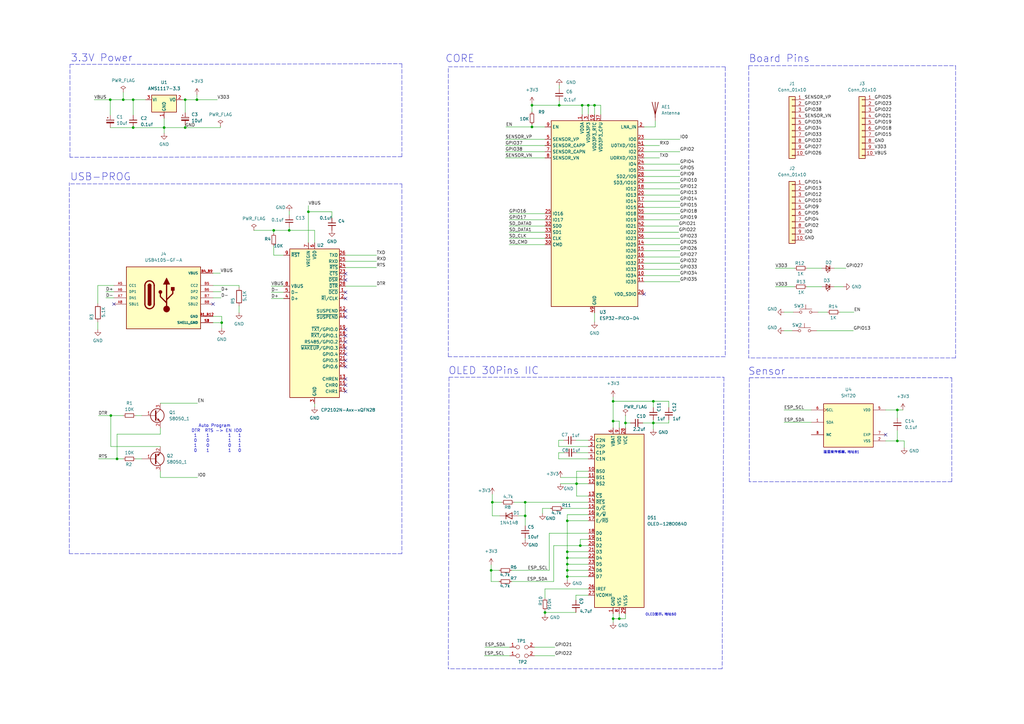
<source format=kicad_sch>
(kicad_sch (version 20211123) (generator eeschema)
  (paper "A3")
  (lib_symbols
    (symbol "Connector:TestPoint_2Pole" (pin_names (offset 0.762) hide)
      (property "Reference" "TP" (at 0 1.524 0))
      (property "Value" "TestPoint_2Pole" (at 0 -1.778 0))
      (symbol "TestPoint_2Pole_0_1"
        (pin passive line (at -5.08 0 0) (length 2.54) (name "1") (number "1"))
        (pin passive line (at 5.08 0 180) (length 2.54) (name "2") (number "2"))
      )
    )
    (symbol "Connector_Generic:Conn_01x10" (pin_names (offset 1.016) hide)
      (property "Reference" "J" (at 0 12.7 0))
      (property "Value" "Conn_01x10" (at 0 -15.24 0))
      (symbol "Conn_01x10_1_1"
        (pin passive line (at -5.08 10.16 0) (length 3.81) (name "Pin_1") (number "1"))
        (pin passive line (at -5.08 -12.7 0) (length 3.81) (name "Pin_10") (number "10"))
        (pin passive line (at -5.08 7.62 0) (length 3.81) (name "Pin_2") (number "2"))
        (pin passive line (at -5.08 5.08 0) (length 3.81) (name "Pin_3") (number "3"))
        (pin passive line (at -5.08 2.54 0) (length 3.81) (name "Pin_4") (number "4"))
        (pin passive line (at -5.08 0 0) (length 3.81) (name "Pin_5") (number "5"))
        (pin passive line (at -5.08 -2.54 0) (length 3.81) (name "Pin_6") (number "6"))
        (pin passive line (at -5.08 -5.08 0) (length 3.81) (name "Pin_7") (number "7"))
        (pin passive line (at -5.08 -7.62 0) (length 3.81) (name "Pin_8") (number "8"))
        (pin passive line (at -5.08 -10.16 0) (length 3.81) (name "Pin_9") (number "9"))
      )
    )
    (symbol "Device:Antenna" (pin_numbers hide) (pin_names (offset 1.016) hide)
      (property "Reference" "AE" (at -1.905 1.905 0))
      (property "Value" "Antenna" (at -1.905 0 0))
      (symbol "Antenna_1_1"
        (pin input line (at 0 -5.08 90) (length 2.54) (name "A") (number "1"))
      )
    )
    (symbol "Device:C_Polarized_Small" (pin_numbers hide) (pin_names (offset 0.254) hide)
      (property "Reference" "C" (at 0.254 1.778 0))
      (property "Value" "C_Polarized_Small" (at 0.254 -2.032 0))
      (symbol "C_Polarized_Small_1_1"
        (pin passive line (at 0 2.54 270) (length 1.8542) (name "~") (number "1"))
        (pin passive line (at 0 -2.54 90) (length 1.8542) (name "~") (number "2"))
      )
    )
    (symbol "Device:C_Small" (pin_numbers hide) (pin_names (offset 0.254) hide)
      (property "Reference" "C" (at 0.254 1.778 0))
      (property "Value" "C_Small" (at 0.254 -2.032 0))
      (symbol "C_Small_1_1"
        (pin passive line (at 0 2.54 270) (length 2.032) (name "~") (number "1"))
        (pin passive line (at 0 -2.54 90) (length 2.032) (name "~") (number "2"))
      )
    )
    (symbol "Device:LED_Small" (pin_numbers hide) (pin_names (offset 0.254) hide)
      (property "Reference" "D" (at -1.27 3.175 0))
      (property "Value" "LED_Small" (at -4.445 -2.54 0))
      (symbol "LED_Small_1_1"
        (pin passive line (at -2.54 0 0) (length 1.778) (name "K") (number "1"))
        (pin passive line (at 2.54 0 180) (length 1.778) (name "A") (number "2"))
      )
    )
    (symbol "Device:R" (pin_numbers hide) (pin_names (offset 0))
      (property "Reference" "R" (at 2.032 0 90))
      (property "Value" "R" (at 0 0 90))
      (symbol "R_1_1"
        (pin passive line (at 0 3.81 270) (length 1.27) (name "~") (number "1"))
        (pin passive line (at 0 -3.81 90) (length 1.27) (name "~") (number "2"))
      )
    )
    (symbol "Device:R_Small" (pin_numbers hide) (pin_names (offset 0.254) hide)
      (property "Reference" "R" (at 0.762 0.508 0))
      (property "Value" "R_Small" (at 0.762 -1.016 0))
      (symbol "R_Small_1_1"
        (pin passive line (at 0 2.54 270) (length 0.762) (name "~") (number "1"))
        (pin passive line (at 0 -2.54 90) (length 0.762) (name "~") (number "2"))
      )
    )
    (symbol "Device:S8050_1" (pin_names (offset 0) hide)
      (property "Reference" "Q" (at 5.08 1.27 0))
      (property "Value" "S8050_1" (at 5.08 -1.27 0))
      (symbol "S8050_1_1_1"
        (pin input line (at -5.08 0 0) (length 5.715) (name "B") (number "1"))
        (pin passive line (at 2.54 -5.08 90) (length 2.54) (name "E") (number "2"))
        (pin passive line (at 2.54 5.08 270) (length 2.54) (name "C") (number "3"))
      )
    )
    (symbol "Diode:1N4148" (pin_numbers hide) (pin_names (offset 1.016) hide)
      (property "Reference" "D" (at 0 2.54 0))
      (property "Value" "1N4148" (at 0 -2.54 0))
      (symbol "1N4148_1_1"
        (pin passive line (at -3.81 0 0) (length 2.54) (name "K") (number "1"))
        (pin passive line (at 3.81 0 180) (length 2.54) (name "A") (number "2"))
      )
    )
    (symbol "Display_Graphic:OLED-128O064D"
      (property "Reference" "DS" (at -10.16 38.1 0))
      (property "Value" "OLED-128O064D" (at 12.7 38.1 0))
      (symbol "OLED-128O064D_1_1"
        (pin power_in line (at -2.54 -38.1 90) (length 2.54) (name "GND") (number "1"))
        (pin input line (at -12.7 20.32 0) (length 2.54) (name "BS0") (number "10"))
        (pin input line (at -12.7 17.78 0) (length 2.54) (name "BS1") (number "11"))
        (pin input line (at -12.7 15.24 0) (length 2.54) (name "BS2") (number "12"))
        (pin input line (at -12.7 10.16 0) (length 2.54) (name "~{CS}") (number "13"))
        (pin input line (at -12.7 7.62 0) (length 2.54) (name "~{RES}") (number "14"))
        (pin input line (at -12.7 5.08 0) (length 2.54) (name "D/~{C}") (number "15"))
        (pin input line (at -12.7 2.54 0) (length 2.54) (name "R/~{W}") (number "16"))
        (pin input line (at -12.7 0 0) (length 2.54) (name "E/~{RD}") (number "17"))
        (pin bidirectional line (at -12.7 -5.08 0) (length 2.54) (name "D0") (number "18"))
        (pin bidirectional line (at -12.7 -7.62 0) (length 2.54) (name "D1") (number "19"))
        (pin passive line (at -12.7 33.02 0) (length 2.54) (name "C2N") (number "2"))
        (pin bidirectional line (at -12.7 -10.16 0) (length 2.54) (name "D2") (number "20"))
        (pin bidirectional line (at -12.7 -12.7 0) (length 2.54) (name "D3") (number "21"))
        (pin bidirectional line (at -12.7 -15.24 0) (length 2.54) (name "D4") (number "22"))
        (pin bidirectional line (at -12.7 -17.78 0) (length 2.54) (name "D5") (number "23"))
        (pin bidirectional line (at -12.7 -20.32 0) (length 2.54) (name "D6") (number "24"))
        (pin bidirectional line (at -12.7 -22.86 0) (length 2.54) (name "D7") (number "25"))
        (pin passive line (at -12.7 -27.94 0) (length 2.54) (name "IREF") (number "26"))
        (pin passive line (at -12.7 -30.48 0) (length 2.54) (name "VCOMH") (number "27"))
        (pin power_in line (at 2.54 38.1 270) (length 2.54) (name "VCC") (number "28"))
        (pin power_in line (at 2.54 -38.1 90) (length 2.54) (name "VLSS") (number "29"))
        (pin passive line (at -12.7 30.48 0) (length 2.54) (name "C2P") (number "3"))
        (pin passive line (at -2.54 -38.1 90) (length 2.54) hide (name "GND") (number "30"))
        (pin passive line (at -12.7 27.94 0) (length 2.54) (name "C1P") (number "4"))
        (pin passive line (at -12.7 25.4 0) (length 2.54) (name "C1N") (number "5"))
        (pin power_in line (at -2.54 38.1 270) (length 2.54) (name "VBAT") (number "6"))
        (pin no_connect line (at 10.16 0 180) (length 2.54) hide (name "NC") (number "7"))
        (pin power_in line (at 0 -38.1 90) (length 2.54) (name "VSS") (number "8"))
        (pin power_in line (at 0 38.1 270) (length 2.54) (name "VDD") (number "9"))
      )
    )
    (symbol "Interface_USB:CP2102N-Axx-xQFN28"
      (property "Reference" "U" (at -8.89 31.75 0))
      (property "Value" "CP2102N-Axx-xQFN28" (at 12.7 31.75 0))
      (symbol "CP2102N-Axx-xQFN28_1_1"
        (pin input line (at 12.7 12.7 180) (length 2.54) (name "~{DCD}") (number "1"))
        (pin no_connect line (at -10.16 -27.94 0) (length 2.54) hide (name "NC") (number "10"))
        (pin output line (at 12.7 2.54 180) (length 2.54) (name "~{SUSPEND}") (number "11"))
        (pin output line (at 12.7 5.08 180) (length 2.54) (name "SUSPEND") (number "12"))
        (pin output line (at 12.7 -22.86 180) (length 2.54) (name "CHREN") (number "13"))
        (pin output line (at 12.7 -27.94 180) (length 2.54) (name "CHR1") (number "14"))
        (pin output line (at 12.7 -25.4 180) (length 2.54) (name "CHR0") (number "15"))
        (pin bidirectional line (at 12.7 -10.16 180) (length 2.54) (name "~{WAKEUP}/GPIO.3") (number "16"))
        (pin bidirectional line (at 12.7 -7.62 180) (length 2.54) (name "RS485/GPIO.2") (number "17"))
        (pin bidirectional line (at 12.7 -5.08 180) (length 2.54) (name "~{RXT}/GPIO.1") (number "18"))
        (pin bidirectional line (at 12.7 -2.54 180) (length 2.54) (name "~{TXT}/GPIO.0") (number "19"))
        (pin bidirectional line (at 12.7 10.16 180) (length 2.54) (name "~{RI}/CLK") (number "2"))
        (pin bidirectional line (at 12.7 -17.78 180) (length 2.54) (name "GPIO.6") (number "20"))
        (pin bidirectional line (at 12.7 -15.24 180) (length 2.54) (name "GPIO.5") (number "21"))
        (pin bidirectional line (at 12.7 -12.7 180) (length 2.54) (name "GPIO.4") (number "22"))
        (pin input line (at 12.7 20.32 180) (length 2.54) (name "~{CTS}") (number "23"))
        (pin output line (at 12.7 22.86 180) (length 2.54) (name "~{RTS}") (number "24"))
        (pin input line (at 12.7 25.4 180) (length 2.54) (name "RXD") (number "25"))
        (pin output line (at 12.7 27.94 180) (length 2.54) (name "TXD") (number "26"))
        (pin input line (at 12.7 17.78 180) (length 2.54) (name "~{DSR}") (number "27"))
        (pin output line (at 12.7 15.24 180) (length 2.54) (name "~{DTR}") (number "28"))
        (pin passive line (at 0 -33.02 90) (length 2.54) hide (name "GND") (number "29"))
        (pin power_in line (at 0 -33.02 90) (length 2.54) (name "GND") (number "3"))
        (pin bidirectional line (at -12.7 10.16 0) (length 2.54) (name "D+") (number "4"))
        (pin bidirectional line (at -12.7 12.7 0) (length 2.54) (name "D-") (number "5"))
        (pin power_in line (at 0 33.02 270) (length 2.54) (name "VDD") (number "6"))
        (pin power_in line (at -2.54 33.02 270) (length 2.54) (name "VREGIN") (number "7"))
        (pin input line (at -12.7 15.24 0) (length 2.54) (name "VBUS") (number "8"))
        (pin input line (at -12.7 27.94 0) (length 2.54) (name "~{RST}") (number "9"))
      )
    )
    (symbol "MyLib2022:SHT20" (pin_names (offset 1.016))
      (property "Reference" "U" (at -10.16 8.89 0))
      (property "Value" "SHT20" (at -10.16 -11.43 0))
      (symbol "SHT20_0_0"
        (pin bidirectional line (at -15.24 0 0) (length 5.08) (name "SDA") (number "1"))
        (pin power_in line (at 15.24 -7.62 180) (length 5.08) (name "VSS") (number "2"))
        (pin passive line (at -15.24 -5.08 0) (length 5.08) (name "NC") (number "3"))
        (pin passive line (at -15.24 -5.08 0) (length 5.08) (name "NC") (number "4"))
        (pin power_in line (at 15.24 5.08 180) (length 5.08) (name "VDD") (number "5"))
        (pin bidirectional clock (at -15.24 5.08 0) (length 5.08) (name "SCL") (number "6"))
        (pin passive line (at 15.24 -5.08 180) (length 5.08) (name "EXP") (number "7"))
      )
    )
    (symbol "MyLib2022:USB4105-GF-A" (pin_names (offset 1.016))
      (property "Reference" "J" (at -15.24 13.97 0))
      (property "Value" "USB4105-GF-A" (at -15.24 -15.24 0))
      (symbol "USB4105-GF-A_0_0"
        (pin power_in line (at 20.32 -7.62 180) (length 5.08) (name "GND") (number "A1_B12"))
        (pin power_in line (at 20.32 10.16 180) (length 5.08) (name "VBUS") (number "A4_B9"))
        (pin bidirectional line (at -20.32 5.08 0) (length 5.08) (name "CC1") (number "A5"))
        (pin bidirectional line (at -20.32 2.54 0) (length 5.08) (name "DP1") (number "A6"))
        (pin bidirectional line (at -20.32 0 0) (length 5.08) (name "DN1") (number "A7"))
        (pin bidirectional line (at -20.32 -2.54 0) (length 5.08) (name "SBU1") (number "A8"))
        (pin power_in line (at 20.32 -7.62 180) (length 5.08) (name "GND") (number "B1_A12"))
        (pin power_in line (at 20.32 10.16 180) (length 5.08) (name "VBUS") (number "B4_A9"))
        (pin bidirectional line (at 20.32 5.08 180) (length 5.08) (name "CC2") (number "B5"))
        (pin bidirectional line (at 20.32 2.54 180) (length 5.08) (name "DP2") (number "B6"))
        (pin bidirectional line (at 20.32 0 180) (length 5.08) (name "DN2") (number "B7"))
        (pin bidirectional line (at 20.32 -2.54 180) (length 5.08) (name "SBU2") (number "B8"))
        (pin power_in line (at 20.32 -10.16 180) (length 5.08) (name "SHELL_GND") (number "S1"))
        (pin power_in line (at 20.32 -10.16 180) (length 5.08) (name "SHELL_GND") (number "S2"))
        (pin power_in line (at 20.32 -10.16 180) (length 5.08) (name "SHELL_GND") (number "S3"))
        (pin power_in line (at 20.32 -10.16 180) (length 5.08) (name "SHELL_GND") (number "S4"))
      )
    )
    (symbol "RF_Module:ESP32-PICO-D4"
      (property "Reference" "U" (at -17.78 39.37 0))
      (property "Value" "ESP32-PICO-D4" (at 3.81 39.37 0))
      (symbol "ESP32-PICO-D4_0_0"
        (pin power_in line (at -5.08 40.64 270) (length 2.54) (name "VDDA") (number "1"))
        (pin input line (at 20.32 -25.4 180) (length 2.54) (name "IO34") (number "10"))
        (pin input line (at 20.32 -27.94 180) (length 2.54) (name "IO35") (number "11"))
        (pin bidirectional line (at 20.32 -20.32 180) (length 2.54) (name "IO32") (number "12"))
        (pin bidirectional line (at 20.32 -22.86 180) (length 2.54) (name "IO33") (number "13"))
        (pin bidirectional line (at 20.32 -12.7 180) (length 2.54) (name "IO25") (number "14"))
        (pin bidirectional line (at 20.32 -15.24 180) (length 2.54) (name "IO26") (number "15"))
        (pin bidirectional line (at 20.32 -17.78 180) (length 2.54) (name "IO27") (number "16"))
        (pin bidirectional line (at 20.32 5.08 180) (length 2.54) (name "IO14") (number "17"))
        (pin bidirectional line (at 20.32 10.16 180) (length 2.54) (name "IO12") (number "18"))
        (pin power_in line (at 0 40.64 270) (length 2.54) (name "VDD3P3_RTC") (number "19"))
        (pin bidirectional line (at 20.32 35.56 180) (length 2.54) (name "LNA_IN") (number "2"))
        (pin bidirectional line (at 20.32 7.62 180) (length 2.54) (name "IO13") (number "20"))
        (pin bidirectional line (at 20.32 2.54 180) (length 2.54) (name "IO15") (number "21"))
        (pin bidirectional line (at 20.32 25.4 180) (length 2.54) (name "IO2") (number "22"))
        (pin bidirectional line (at 20.32 30.48 180) (length 2.54) (name "IO0") (number "23"))
        (pin bidirectional line (at 20.32 20.32 180) (length 2.54) (name "IO4") (number "24"))
        (pin bidirectional line (at -20.32 0 0) (length 2.54) (name "IO16") (number "25"))
        (pin power_out line (at 20.32 -33.02 180) (length 2.54) (name "VDD_SDIO") (number "26"))
        (pin bidirectional line (at -20.32 -2.54 0) (length 2.54) (name "IO17") (number "27"))
        (pin bidirectional line (at 20.32 15.24 180) (length 2.54) (name "SD2/IO9") (number "28"))
        (pin bidirectional line (at 20.32 12.7 180) (length 2.54) (name "SD3/IO10") (number "29"))
        (pin power_in line (at -2.54 40.64 270) (length 2.54) (name "VDDA3P3") (number "3"))
        (pin bidirectional line (at -20.32 -12.7 0) (length 2.54) (name "CMD") (number "30"))
        (pin bidirectional line (at -20.32 -10.16 0) (length 2.54) (name "CLK") (number "31"))
        (pin bidirectional line (at -20.32 -5.08 0) (length 2.54) (name "SD0") (number "32"))
        (pin bidirectional line (at -20.32 -7.62 0) (length 2.54) (name "SD1") (number "33"))
        (pin bidirectional line (at 20.32 17.78 180) (length 2.54) (name "IO5") (number "34"))
        (pin bidirectional line (at 20.32 0 180) (length 2.54) (name "IO18") (number "35"))
        (pin bidirectional line (at 20.32 -10.16 180) (length 2.54) (name "IO23") (number "36"))
        (pin power_in line (at 2.54 40.64 270) (length 2.54) (name "VDD3P3_CPU") (number "37"))
        (pin bidirectional line (at 20.32 -2.54 180) (length 2.54) (name "IO19") (number "38"))
        (pin bidirectional line (at 20.32 -7.62 180) (length 2.54) (name "IO22") (number "39"))
        (pin passive line (at -2.54 40.64 270) (length 2.54) hide (name "VDDA3P3") (number "4"))
        (pin bidirectional line (at 20.32 22.86 180) (length 2.54) (name "U0RXD/IO3") (number "40"))
        (pin bidirectional line (at 20.32 27.94 180) (length 2.54) (name "U0TXD/IO1") (number "41"))
        (pin bidirectional line (at 20.32 -5.08 180) (length 2.54) (name "IO21") (number "42"))
        (pin passive line (at -5.08 40.64 270) (length 2.54) hide (name "VDDA") (number "43"))
        (pin no_connect line (at -17.78 -25.4 0) (length 2.54) hide (name "XTAL_N_NC") (number "44"))
        (pin no_connect line (at -17.78 -27.94 0) (length 2.54) hide (name "XTAL_P_NC") (number "45"))
        (pin passive line (at -5.08 40.64 270) (length 2.54) hide (name "VDDA") (number "46"))
        (pin no_connect line (at -17.78 -30.48 0) (length 2.54) hide (name "CAP2_NC") (number "47"))
        (pin no_connect line (at -17.78 -33.02 0) (length 2.54) hide (name "CAP1_NC") (number "48"))
        (pin power_in line (at 0 -40.64 90) (length 2.54) (name "GND") (number "49"))
        (pin input line (at -20.32 30.48 0) (length 2.54) (name "SENSOR_VP") (number "5"))
        (pin input line (at -20.32 27.94 0) (length 2.54) (name "SENSOR_CAPP") (number "6"))
        (pin input line (at -20.32 25.4 0) (length 2.54) (name "SENSOR_CAPN") (number "7"))
        (pin input line (at -20.32 22.86 0) (length 2.54) (name "SENSOR_VN") (number "8"))
        (pin input line (at -20.32 35.56 0) (length 2.54) (name "EN") (number "9"))
      )
    )
    (symbol "Regulator_Linear:AMS1117-3.3" (pin_names (offset 0.254))
      (property "Reference" "U" (at -3.81 3.175 0))
      (property "Value" "AMS1117-3.3" (at 0 3.175 0))
      (symbol "AMS1117-3.3_1_1"
        (pin power_in line (at 0 -7.62 90) (length 2.54) (name "GND") (number "1"))
        (pin power_out line (at 7.62 0 180) (length 2.54) (name "VO") (number "2"))
        (pin power_in line (at -7.62 0 0) (length 2.54) (name "VI") (number "3"))
      )
    )
    (symbol "Switch:SW_Push" (pin_numbers hide) (pin_names (offset 1.016) hide)
      (property "Reference" "SW" (at 1.27 2.54 0))
      (property "Value" "SW_Push" (at 0 -1.524 0))
      (symbol "SW_Push_0_1"
        (pin passive line (at -5.08 0 0) (length 2.54) (name "1") (number "1"))
        (pin passive line (at 5.08 0 180) (length 2.54) (name "2") (number "2"))
      )
    )
    (symbol "power:+3V3" (power) (pin_names (offset 0))
      (property "Value" "+3V3" (at 0 3.556 0))
      (symbol "+3V3_1_1"
        (pin power_in line (at 0 0 90) (length 0) hide (name "+3V3") (number "1"))
      )
    )
    (symbol "power:GND" (power) (pin_names (offset 0))
      (property "Value" "GND" (at 0 -3.81 0))
      (symbol "GND_1_1"
        (pin power_in line (at 0 0 270) (length 0) hide (name "GND") (number "1"))
      )
    )
    (symbol "power:PWR_FLAG" (power) (pin_numbers hide) (pin_names (offset 0) hide)
      (property "Value" "PWR_FLAG" (at 0 3.81 0))
      (symbol "PWR_FLAG_0_0"
        (pin power_out line (at 0 0 90) (length 0) (name "pwr") (number "1"))
      )
    )
  )
  (junction (at 218.186 52.07))
  (junction (at 201.422 233.934))
  (junction (at 215.392 205.994))
  (junction (at 118.618 94.488))
  (junction (at 80.772 40.894))
  (junction (at 112.268 94.488))
  (junction (at 45.466 170.434))
  (junction (at 237.998 223.774))
  (junction (at 229.362 43.18))
  (junction (at 75.946 40.894))
  (junction (at 368.046 168.148))
  (junction (at 126.492 86.868))
  (junction (at 256.54 173.482))
  (junction (at 251.46 253.746))
  (junction (at 232.664 233.934))
  (junction (at 254 253.746))
  (junction (at 251.46 164.592))
  (junction (at 241.3 43.18))
  (junction (at 236.474 198.374))
  (junction (at 45.212 40.894))
  (junction (at 50.546 40.894))
  (junction (at 67.31 52.324))
  (junction (at 232.664 228.854))
  (junction (at 238.76 43.18))
  (junction (at 232.664 231.394))
  (junction (at 48.006 188.214))
  (junction (at 232.664 226.314))
  (junction (at 232.664 213.614))
  (junction (at 368.046 180.848))
  (junction (at 54.61 40.894))
  (junction (at 232.664 236.474))
  (junction (at 223.52 251.206))
  (junction (at 201.93 205.994))
  (junction (at 267.97 164.592))
  (junction (at 90.932 132.334))
  (junction (at 243.84 43.18))
  (junction (at 215.392 211.582))
  (junction (at 218.186 43.18))
  (junction (at 54.61 52.324))
  (junction (at 251.46 172.72))
  (junction (at 267.97 173.482))
  (junction (at 75.946 52.324))
  (no_connect (at 141.732 122.428))
  (no_connect (at 141.732 119.888))
  (no_connect (at 141.732 130.048))
  (no_connect (at 141.732 157.988))
  (no_connect (at 141.732 127.508))
  (no_connect (at 141.732 150.368))
  (no_connect (at 141.732 137.668))
  (no_connect (at 141.732 147.828))
  (no_connect (at 141.732 145.288))
  (no_connect (at 141.732 112.268))
  (no_connect (at 141.732 142.748))
  (no_connect (at 141.732 155.448))
  (no_connect (at 363.22 178.308))
  (no_connect (at 264.16 120.65))
  (no_connect (at 141.732 160.528))
  (no_connect (at 141.732 140.208))
  (no_connect (at 141.732 135.128))
  (no_connect (at 87.376 124.714))
  (no_connect (at 46.736 124.714))
  (no_connect (at 141.732 114.808))
  (wire (pts (xy 232.664 231.394) (xy 241.3 231.394)))
  (wire (pts (xy 75.946 40.894) (xy 80.772 40.894)))
  (wire (pts (xy 80.772 40.894) (xy 80.772 38.862)))
  (polyline (pts (xy 390.398 154.94) (xy 390.398 197.612)))
  (polyline (pts (xy 307.34 154.94) (xy 390.398 154.94)))
  (wire (pts (xy 204.724 233.934) (xy 201.422 233.934)))
  (wire (pts (xy 264.16 62.23) (xy 278.892 62.23)))
  (wire (pts (xy 225.298 218.694) (xy 225.298 233.934)))
  (wire (pts (xy 232.664 236.474) (xy 241.3 236.474)))
  (wire (pts (xy 40.132 132.08) (xy 40.132 135.128)))
  (wire (pts (xy 232.664 228.854) (xy 232.664 231.394)))
  (wire (pts (xy 264.16 92.71) (xy 278.384 92.71)))
  (wire (pts (xy 370.84 180.848) (xy 370.84 183.642)))
  (wire (pts (xy 141.732 104.648) (xy 154.432 104.648)))
  (wire (pts (xy 54.61 40.894) (xy 54.61 47.244)))
  (wire (pts (xy 50.546 37.846) (xy 50.546 40.894)))
  (wire (pts (xy 256.54 253.746) (xy 254 253.746)))
  (wire (pts (xy 243.84 43.18) (xy 243.84 46.99)))
  (wire (pts (xy 223.52 92.71) (xy 208.788 92.71)))
  (wire (pts (xy 229.108 183.134) (xy 241.3 183.134)))
  (wire (pts (xy 118.618 93.218) (xy 118.618 94.488)))
  (wire (pts (xy 264.16 87.63) (xy 278.892 87.63)))
  (wire (pts (xy 225.806 208.534) (xy 222.504 208.534)))
  (wire (pts (xy 98.044 117.094) (xy 98.044 117.856)))
  (wire (pts (xy 65.786 178.054) (xy 48.006 178.054)))
  (wire (pts (xy 264.16 85.09) (xy 278.892 85.09)))
  (wire (pts (xy 243.84 128.27) (xy 243.84 132.08)))
  (polyline (pts (xy 164.846 227.076) (xy 28.448 227.076)))
  (wire (pts (xy 251.46 172.72) (xy 251.46 175.514)))
  (wire (pts (xy 241.3 218.694) (xy 225.298 218.694)))
  (wire (pts (xy 267.97 172.212) (xy 267.97 173.482)))
  (wire (pts (xy 207.264 59.69) (xy 223.52 59.69)))
  (wire (pts (xy 227.076 223.774) (xy 237.998 223.774)))
  (wire (pts (xy 368.046 168.148) (xy 368.046 171.45)))
  (wire (pts (xy 229.108 185.674) (xy 229.108 188.214)))
  (wire (pts (xy 198.628 268.986) (xy 209.042 268.986)))
  (wire (pts (xy 67.31 48.514) (xy 67.31 52.324)))
  (wire (pts (xy 48.006 188.214) (xy 50.546 188.214)))
  (wire (pts (xy 75.946 52.324) (xy 67.31 52.324)))
  (wire (pts (xy 223.52 95.25) (xy 208.788 95.25)))
  (wire (pts (xy 90.678 119.634) (xy 87.376 119.634)))
  (wire (pts (xy 231.14 180.594) (xy 229.108 180.594)))
  (wire (pts (xy 264.16 69.85) (xy 278.892 69.85)))
  (wire (pts (xy 318.008 117.602) (xy 325.882 117.602)))
  (wire (pts (xy 368.046 168.148) (xy 370.332 168.148)))
  (wire (pts (xy 344.424 128.016) (xy 350.266 128.016)))
  (wire (pts (xy 201.422 238.506) (xy 204.724 238.506)))
  (polyline (pts (xy 391.922 26.924) (xy 391.922 146.812)))
  (wire (pts (xy 201.422 233.934) (xy 201.422 238.506)))
  (wire (pts (xy 229.108 188.214) (xy 241.3 188.214)))
  (wire (pts (xy 215.392 205.994) (xy 241.3 205.994)))
  (wire (pts (xy 215.392 211.582) (xy 215.392 215.646)))
  (wire (pts (xy 223.52 250.444) (xy 223.52 251.206)))
  (wire (pts (xy 210.82 205.994) (xy 215.392 205.994)))
  (wire (pts (xy 223.52 100.33) (xy 208.788 100.33)))
  (wire (pts (xy 264.16 82.55) (xy 278.892 82.55)))
  (wire (pts (xy 43.434 122.174) (xy 46.736 122.174)))
  (wire (pts (xy 232.664 226.314) (xy 232.664 228.854)))
  (wire (pts (xy 241.3 221.234) (xy 237.998 221.234)))
  (wire (pts (xy 236.474 203.454) (xy 236.474 198.374)))
  (wire (pts (xy 241.3 241.554) (xy 223.52 241.554)))
  (wire (pts (xy 335.534 128.016) (xy 339.344 128.016)))
  (wire (pts (xy 141.732 107.188) (xy 154.432 107.188)))
  (wire (pts (xy 342.138 117.602) (xy 345.948 117.602)))
  (wire (pts (xy 43.434 119.634) (xy 46.736 119.634)))
  (wire (pts (xy 254 172.72) (xy 251.46 172.72)))
  (wire (pts (xy 215.392 205.994) (xy 215.392 211.582)))
  (wire (pts (xy 126.492 84.328) (xy 126.492 86.868)))
  (wire (pts (xy 198.882 265.43) (xy 209.042 265.43)))
  (wire (pts (xy 90.424 52.324) (xy 90.424 51.816)))
  (wire (pts (xy 232.664 236.474) (xy 232.664 237.998)))
  (polyline (pts (xy 28.956 75.438) (xy 164.846 75.438)))
  (wire (pts (xy 267.97 167.132) (xy 267.97 164.592)))
  (wire (pts (xy 45.212 52.324) (xy 54.61 52.324)))
  (wire (pts (xy 264.16 74.93) (xy 278.892 74.93)))
  (wire (pts (xy 232.664 213.614) (xy 232.664 226.314)))
  (polyline (pts (xy 307.086 26.924) (xy 307.086 146.812)))
  (wire (pts (xy 318.008 109.982) (xy 325.882 109.982)))
  (wire (pts (xy 363.22 180.848) (xy 368.046 180.848)))
  (wire (pts (xy 264.16 95.25) (xy 278.384 95.25)))
  (wire (pts (xy 264.16 107.95) (xy 278.892 107.95)))
  (wire (pts (xy 264.16 110.49) (xy 278.892 110.49)))
  (wire (pts (xy 229.108 180.594) (xy 229.108 183.134)))
  (wire (pts (xy 201.93 205.994) (xy 205.74 205.994)))
  (wire (pts (xy 231.394 185.674) (xy 229.108 185.674)))
  (wire (pts (xy 268.732 52.07) (xy 268.732 49.53)))
  (wire (pts (xy 136.144 86.868) (xy 136.144 89.408)))
  (wire (pts (xy 241.3 43.18) (xy 241.3 46.99)))
  (wire (pts (xy 254 253.746) (xy 251.46 253.746)))
  (wire (pts (xy 251.46 253.746) (xy 251.46 255.27)))
  (polyline (pts (xy 28.448 227.076) (xy 28.448 74.93)))
  (wire (pts (xy 232.664 231.394) (xy 232.664 233.934)))
  (polyline (pts (xy 307.34 154.94) (xy 307.34 197.612)))
  (wire (pts (xy 141.732 109.728) (xy 154.432 109.728)))
  (wire (pts (xy 118.618 86.614) (xy 118.618 88.138)))
  (wire (pts (xy 223.52 97.79) (xy 208.788 97.79)))
  (wire (pts (xy 232.664 233.934) (xy 232.664 236.474)))
  (wire (pts (xy 112.268 104.648) (xy 116.332 104.648)))
  (polyline (pts (xy 164.846 26.162) (xy 164.846 64.262)))
  (wire (pts (xy 40.132 117.094) (xy 46.736 117.094)))
  (wire (pts (xy 112.268 94.488) (xy 112.268 95.758)))
  (wire (pts (xy 45.212 40.894) (xy 45.212 47.244)))
  (wire (pts (xy 65.786 165.354) (xy 81.026 165.354)))
  (polyline (pts (xy 183.896 27.432) (xy 297.434 27.432)))
  (polyline (pts (xy 296.926 154.686) (xy 296.164 274.32)))
  (polyline (pts (xy 307.086 26.924) (xy 391.922 26.924)))
  (wire (pts (xy 321.564 173.228) (xy 332.74 173.228)))
  (wire (pts (xy 87.376 129.794) (xy 90.932 129.794)))
  (wire (pts (xy 230.886 208.534) (xy 241.3 208.534)))
  (polyline (pts (xy 184.15 154.686) (xy 296.926 154.686)))
  (wire (pts (xy 229.362 43.18) (xy 238.76 43.18)))
  (wire (pts (xy 212.598 211.582) (xy 215.392 211.582)))
  (wire (pts (xy 229.362 35.052) (xy 229.362 36.322)))
  (wire (pts (xy 368.046 180.848) (xy 370.84 180.848)))
  (wire (pts (xy 264.16 115.57) (xy 278.892 115.57)))
  (wire (pts (xy 40.386 170.434) (xy 45.466 170.434)))
  (wire (pts (xy 218.186 52.07) (xy 223.52 52.07)))
  (wire (pts (xy 112.268 100.838) (xy 112.268 104.648)))
  (wire (pts (xy 207.264 62.23) (xy 223.52 62.23)))
  (wire (pts (xy 246.38 43.18) (xy 246.38 46.99)))
  (polyline (pts (xy 28.702 26.416) (xy 164.846 26.162)))
  (wire (pts (xy 368.046 176.53) (xy 368.046 180.848)))
  (wire (pts (xy 232.664 233.934) (xy 241.3 233.934)))
  (wire (pts (xy 256.54 173.482) (xy 258.572 173.482)))
  (wire (pts (xy 227.076 238.506) (xy 209.804 238.506)))
  (wire (pts (xy 241.3 244.094) (xy 236.22 244.094)))
  (wire (pts (xy 48.006 178.054) (xy 48.006 188.214)))
  (wire (pts (xy 111.252 119.888) (xy 116.332 119.888)))
  (wire (pts (xy 335.026 135.636) (xy 350.012 135.636)))
  (polyline (pts (xy 391.922 146.812) (xy 307.086 146.812)))
  (wire (pts (xy 219.202 265.43) (xy 227.584 265.43)))
  (wire (pts (xy 236.22 180.594) (xy 241.3 180.594)))
  (wire (pts (xy 111.252 122.428) (xy 116.332 122.428)))
  (wire (pts (xy 129.032 94.488) (xy 118.618 94.488)))
  (wire (pts (xy 263.652 173.482) (xy 267.97 173.482)))
  (wire (pts (xy 267.97 173.482) (xy 267.97 176.022)))
  (wire (pts (xy 254 175.514) (xy 254 172.72)))
  (wire (pts (xy 40.132 117.094) (xy 40.132 124.46)))
  (polyline (pts (xy 164.846 64.262) (xy 28.702 64.516)))
  (wire (pts (xy 87.376 112.014) (xy 90.424 112.014)))
  (wire (pts (xy 256.54 173.482) (xy 256.54 175.514)))
  (wire (pts (xy 264.16 80.01) (xy 278.892 80.01)))
  (wire (pts (xy 330.962 117.602) (xy 337.058 117.602)))
  (wire (pts (xy 256.54 170.434) (xy 256.54 173.482)))
  (wire (pts (xy 65.786 193.294) (xy 65.786 195.834)))
  (wire (pts (xy 45.212 40.894) (xy 50.546 40.894)))
  (wire (pts (xy 264.16 113.03) (xy 278.892 113.03)))
  (wire (pts (xy 342.138 109.982) (xy 346.964 109.982)))
  (wire (pts (xy 218.186 43.18) (xy 218.186 45.974)))
  (wire (pts (xy 215.392 220.726) (xy 215.392 221.488)))
  (wire (pts (xy 204.978 211.582) (xy 201.93 211.582)))
  (polyline (pts (xy 164.846 75.438) (xy 164.846 227.076)))
  (wire (pts (xy 55.626 188.214) (xy 58.166 188.214)))
  (polyline (pts (xy 297.434 27.432) (xy 297.434 146.304)))
  (polyline (pts (xy 28.702 64.516) (xy 28.702 26.416)))
  (wire (pts (xy 75.946 51.308) (xy 75.946 52.324)))
  (wire (pts (xy 87.376 117.094) (xy 98.044 117.094)))
  (wire (pts (xy 264.16 90.17) (xy 278.892 90.17)))
  (wire (pts (xy 251.46 162.814) (xy 251.46 164.592)))
  (wire (pts (xy 321.564 135.636) (xy 324.866 135.636)))
  (wire (pts (xy 141.732 117.348) (xy 154.432 117.348)))
  (wire (pts (xy 223.52 241.554) (xy 223.52 245.364)))
  (wire (pts (xy 40.386 188.214) (xy 48.006 188.214)))
  (wire (pts (xy 129.032 165.608) (xy 129.032 166.878)))
  (wire (pts (xy 90.678 122.174) (xy 87.376 122.174)))
  (wire (pts (xy 229.87 198.374) (xy 236.474 198.374)))
  (wire (pts (xy 238.76 43.18) (xy 238.76 46.99)))
  (wire (pts (xy 222.504 208.534) (xy 222.504 210.566)))
  (wire (pts (xy 264.16 100.33) (xy 278.892 100.33)))
  (wire (pts (xy 75.946 40.894) (xy 75.946 46.228)))
  (wire (pts (xy 236.474 193.294) (xy 236.474 198.374)))
  (wire (pts (xy 232.664 211.074) (xy 232.664 213.614)))
  (wire (pts (xy 50.546 40.894) (xy 54.61 40.894)))
  (wire (pts (xy 74.93 40.894) (xy 75.946 40.894)))
  (wire (pts (xy 241.3 203.454) (xy 236.474 203.454)))
  (wire (pts (xy 38.608 40.894) (xy 45.212 40.894)))
  (wire (pts (xy 321.564 168.148) (xy 332.74 168.148)))
  (wire (pts (xy 264.16 97.79) (xy 278.892 97.79)))
  (wire (pts (xy 236.474 185.674) (xy 241.3 185.674)))
  (wire (pts (xy 274.32 172.212) (xy 274.32 173.482)))
  (wire (pts (xy 223.52 90.17) (xy 208.788 90.17)))
  (wire (pts (xy 241.3 193.294) (xy 236.474 193.294)))
  (wire (pts (xy 98.044 125.476) (xy 98.044 128.27)))
  (wire (pts (xy 218.186 43.18) (xy 229.362 43.18)))
  (wire (pts (xy 90.932 129.794) (xy 90.932 132.334)))
  (wire (pts (xy 65.786 183.134) (xy 45.466 183.134)))
  (wire (pts (xy 229.87 195.834) (xy 241.3 195.834)))
  (wire (pts (xy 126.492 86.868) (xy 136.144 86.868)))
  (wire (pts (xy 129.032 99.568) (xy 129.032 94.488)))
  (wire (pts (xy 267.97 164.592) (xy 274.32 164.592)))
  (wire (pts (xy 67.31 52.324) (xy 67.31 54.61)))
  (polyline (pts (xy 297.434 146.304) (xy 183.896 146.304)))
  (polyline (pts (xy 296.164 274.32) (xy 183.896 274.32)))
  (polyline (pts (xy 390.398 197.612) (xy 307.34 197.612)))
  (wire (pts (xy 229.362 41.402) (xy 229.362 43.18)))
  (wire (pts (xy 223.52 251.206) (xy 223.52 251.968)))
  (wire (pts (xy 201.93 211.582) (xy 201.93 205.994)))
  (wire (pts (xy 111.252 117.348) (xy 116.332 117.348)))
  (wire (pts (xy 54.61 40.894) (xy 59.69 40.894)))
  (wire (pts (xy 238.76 43.18) (xy 241.3 43.18)))
  (wire (pts (xy 219.202 268.986) (xy 227.584 268.986)))
  (wire (pts (xy 236.22 244.094) (xy 236.22 246.126)))
  (wire (pts (xy 330.962 109.982) (xy 337.058 109.982)))
  (wire (pts (xy 264.16 102.87) (xy 278.892 102.87)))
  (wire (pts (xy 45.466 183.134) (xy 45.466 170.434)))
  (wire (pts (xy 201.93 202.692) (xy 201.93 205.994)))
  (wire (pts (xy 65.786 175.514) (xy 65.786 178.054)))
  (wire (pts (xy 207.264 64.77) (xy 223.52 64.77)))
  (wire (pts (xy 232.664 226.314) (xy 241.3 226.314)))
  (polyline (pts (xy 184.15 154.686) (xy 183.896 274.32)))
  (wire (pts (xy 274.32 167.132) (xy 274.32 164.592)))
  (wire (pts (xy 232.664 228.854) (xy 241.3 228.854)))
  (wire (pts (xy 254 251.714) (xy 254 253.746)))
  (wire (pts (xy 237.998 223.774) (xy 241.3 223.774)))
  (wire (pts (xy 264.16 77.47) (xy 278.892 77.47)))
  (wire (pts (xy 241.3 43.18) (xy 243.84 43.18)))
  (wire (pts (xy 264.16 59.69) (xy 270.51 59.69)))
  (wire (pts (xy 218.186 42.418) (xy 218.186 43.18)))
  (wire (pts (xy 264.16 72.39) (xy 278.892 72.39)))
  (wire (pts (xy 237.998 221.234) (xy 237.998 223.774)))
  (wire (pts (xy 251.46 164.592) (xy 267.97 164.592)))
  (wire (pts (xy 55.626 170.434) (xy 58.166 170.434)))
  (wire (pts (xy 104.14 94.488) (xy 112.268 94.488)))
  (wire (pts (xy 241.3 211.074) (xy 232.664 211.074)))
  (polyline (pts (xy 183.896 146.304) (xy 183.896 27.94)))
  (wire (pts (xy 264.16 52.07) (xy 268.732 52.07)))
  (wire (pts (xy 264.16 64.77) (xy 270.51 64.77)))
  (wire (pts (xy 54.61 52.324) (xy 67.31 52.324)))
  (wire (pts (xy 243.84 43.18) (xy 246.38 43.18)))
  (wire (pts (xy 209.804 233.934) (xy 225.298 233.934)))
  (wire (pts (xy 227.076 223.774) (xy 227.076 238.506)))
  (wire (pts (xy 87.376 132.334) (xy 90.932 132.334)))
  (wire (pts (xy 218.186 51.054) (xy 218.186 52.07)))
  (wire (pts (xy 251.46 251.714) (xy 251.46 253.746)))
  (wire (pts (xy 80.772 40.894) (xy 89.154 40.894)))
  (wire (pts (xy 223.52 87.63) (xy 208.788 87.63)))
  (wire (pts (xy 75.946 52.324) (xy 90.424 52.324)))
  (wire (pts (xy 207.518 52.07) (xy 218.186 52.07)))
  (wire (pts (xy 256.54 251.714) (xy 256.54 253.746)))
  (wire (pts (xy 236.474 198.374) (xy 241.3 198.374)))
  (wire (pts (xy 264.16 67.31) (xy 278.892 67.31)))
  (wire (pts (xy 321.564 128.016) (xy 325.374 128.016)))
  (wire (pts (xy 264.16 105.41) (xy 278.892 105.41)))
  (wire (pts (xy 126.492 86.868) (xy 126.492 99.568)))
  (wire (pts (xy 251.46 164.592) (xy 251.46 172.72)))
  (wire (pts (xy 201.422 233.934) (xy 201.422 231.648)))
  (wire (pts (xy 45.466 170.434) (xy 50.546 170.434)))
  (wire (pts (xy 118.618 94.488) (xy 112.268 94.488)))
  (wire (pts (xy 232.664 213.614) (xy 241.3 213.614)))
  (wire (pts (xy 90.932 132.334) (xy 90.932 134.62)))
  (wire (pts (xy 274.32 173.482) (xy 267.97 173.482)))
  (wire (pts (xy 363.22 168.148) (xy 368.046 168.148)))
  (wire (pts (xy 264.16 57.15) (xy 278.892 57.15)))
  (wire (pts (xy 223.52 251.206) (xy 236.22 251.206)))
  (wire (pts (xy 65.786 195.834) (xy 81.026 195.834)))
  (wire (pts (xy 207.264 57.15) (xy 223.52 57.15)))
  (text "   Auto Program\nDTR  RTS -> EN IO0\n 1    1        1   1\n 0    0        1   1\n 1    0        0   1\n 0    1        1   0" (at 78.486 185.674 0) (effects (font (size 1.27 1.27)) (justify left bottom)))
  (text "CORE" (at 182.626 25.908 0) (effects (font (size 3 3)) (justify left bottom)))
  (text "OLED显示，地址60" (at 264.668 252.73 0) (effects (font (size 1 1)) (justify left bottom)))
  (text "OLED 30Pins IIC" (at 183.896 153.924 0) (effects (font (size 3 3)) (justify left bottom)))
  (text "Sensor" (at 306.832 154.178 0) (effects (font (size 3 3)) (justify left bottom)))
  (text "USB-PROG" (at 28.702 74.422 0) (effects (font (size 3 3)) (justify left bottom)))
  (text "3.3V Power" (at 28.956 25.654 0) (effects (font (size 3 3)) (justify left bottom)))
  (text "Board Pins" (at 307.086 25.908 0) (effects (font (size 3 3)) (justify left bottom)))
  (text "温湿度传感器，地址81" (at 337.566 186.182 0) (effects (font (size 1 1)) (justify left bottom)))
  (label "RXD" (at 270.51 59.69 0))
  (label "GND" (at 358.648 58.674 0))
  (label "GPIO35" (at 329.946 51.054 0))
  (label "IO0" (at 329.946 96.012 0))
  (label "GPIO22" (at 358.648 45.974 0))
  (label "VBUS" (at 111.252 117.348 0))
  (label "V3D3" (at 358.648 61.214 0))
  (label "TXD" (at 270.51 64.77 0))
  (label "SD_DATA0" (at 208.788 92.71 0))
  (label "GPIO23" (at 358.648 43.434 0))
  (label "SD_DATA1" (at 208.788 95.25 0))
  (label "GPIO22" (at 227.584 268.986 0))
  (label "GPIO37" (at 329.946 43.434 0))
  (label "VBUS" (at 38.608 40.894 0))
  (label "SENSOR_VP" (at 207.264 57.15 0))
  (label "GPIO14" (at 278.892 82.55 0))
  (label "GPIO21" (at 278.384 92.71 0))
  (label "EN" (at 81.026 165.354 0))
  (label "GPIO21" (at 227.584 265.43 0))
  (label "DTR" (at 40.386 170.434 0))
  (label "GPIO38" (at 329.946 45.974 0))
  (label "SENSOR_VN" (at 207.264 64.77 0))
  (label "GND" (at 75.946 52.324 0))
  (label "VBUS" (at 90.424 112.014 0))
  (label "GPIO25" (at 278.892 100.33 0))
  (label "GPIO18" (at 358.648 53.594 0))
  (label "GPIO26" (at 329.946 63.754 0))
  (label "ESP_SDA" (at 321.564 173.228 0))
  (label "V3D3" (at 318.008 109.982 0))
  (label "GPIO12" (at 278.892 77.47 0))
  (label "SENSOR_VP" (at 329.946 40.894 0))
  (label "SD_CMD" (at 208.788 100.33 0))
  (label "GPIO19" (at 358.648 51.054 0))
  (label "IO0" (at 278.892 57.15 0))
  (label "GPIO27" (at 278.892 105.41 0))
  (label "GPIO4" (at 329.946 90.932 0))
  (label "GPIO33" (at 329.946 56.134 0))
  (label "GPIO37" (at 207.264 59.69 0))
  (label "V3D3" (at 89.154 40.894 0))
  (label "GPIO9" (at 278.892 72.39 0))
  (label "GPIO13" (at 278.892 80.01 0))
  (label "GPIO2" (at 278.892 62.23 0))
  (label "GPIO12" (at 329.946 80.772 0))
  (label "SENSOR_VN" (at 329.946 48.514 0))
  (label "D+" (at 43.434 119.634 0))
  (label "GPIO9" (at 329.946 85.852 0))
  (label "GPIO23" (at 278.892 97.79 0))
  (label "GPIO34" (at 278.892 113.03 0))
  (label "GPIO5" (at 329.946 88.392 0))
  (label "ESP_SCL" (at 216.408 233.934 0))
  (label "ESP_SDA" (at 216.154 238.506 0))
  (label "D-" (at 43.434 122.174 0))
  (label "GPIO10" (at 278.892 74.93 0))
  (label "GPIO38" (at 207.264 62.23 0))
  (label "GPIO2" (at 329.946 93.472 0))
  (label "GPIO26" (at 278.892 102.87 0))
  (label "GPIO10" (at 329.946 83.312 0))
  (label "GPIO5" (at 278.892 69.85 0))
  (label "GPIO16" (at 208.788 87.63 0))
  (label "GPIO32" (at 329.946 58.674 0))
  (label "D-" (at 90.678 122.174 0))
  (label "GPIO17" (at 208.788 90.17 0))
  (label "V3D3" (at 318.008 117.602 0))
  (label "GND" (at 329.946 98.552 0))
  (label "D-" (at 111.252 119.888 0))
  (label "ESP_SDA" (at 198.882 265.43 0))
  (label "SD_CLK" (at 208.788 97.79 0))
  (label "VBUS" (at 358.648 63.754 0))
  (label "VBUS" (at 126.492 84.328 0))
  (label "RXD" (at 154.432 107.188 0))
  (label "GPIO22" (at 278.384 95.25 0))
  (label "DTR" (at 154.432 117.348 0))
  (label "D+" (at 90.678 119.634 0))
  (label "GPIO15" (at 358.648 56.134 0))
  (label "D+" (at 111.252 122.428 0))
  (label "IO0" (at 81.026 195.834 0))
  (label "RTS" (at 154.432 109.728 0))
  (label "GPIO34" (at 329.946 53.594 0))
  (label "GPIO4" (at 278.892 67.31 0))
  (label "EN" (at 350.266 128.016 0))
  (label "GPIO14" (at 329.946 75.692 0))
  (label "GPIO19" (at 278.892 90.17 0))
  (label "GPIO15" (at 278.892 85.09 0))
  (label "TXD" (at 154.432 104.648 0))
  (label "RTS" (at 40.386 188.214 0))
  (label "GPIO18" (at 278.892 87.63 0))
  (label "GPIO13" (at 329.946 78.232 0))
  (label "GPIO13" (at 350.012 135.636 0))
  (label "GPIO35" (at 278.892 115.57 0))
  (label "GPIO27" (at 346.964 109.982 0))
  (label "GPIO27" (at 329.946 61.214 0))
  (label "GPIO25" (at 358.648 40.894 0))
  (label "ESP_SCL" (at 321.564 168.148 0))
  (label "ESP_SCL" (at 198.628 268.986 0))
  (label "GPIO32" (at 278.892 107.95 0))
  (label "GPIO33" (at 278.892 110.49 0))
  (label "EN" (at 207.518 52.07 0))
  (label "GPIO21" (at 358.648 48.514 0))
  (symbol (lib_id "Device:C_Small") (at 215.392 218.186 0) (unit 1)
    (property "Reference" "C5" (at 216.408 216.154 0) (effects (justify left)))
    (property "Value" "10uf" (at 216.408 220.218 0) (effects (justify left)))
    (property "Footprint" "Capacitor_SMD:C_0805_2012Metric" (effects hide))
  )
  (symbol (lib_id "Device:C_Small") (at 233.68 180.594 90) (unit 1)
    (property "Reference" "C7" (at 232.918 178.308 90) (effects (justify left)))
    (property "Value" "1uf" (at 237.744 178.562 90) (effects (justify left)))
    (property "Footprint" "Capacitor_SMD:C_0805_2012Metric" (effects hide))
  )
  (symbol (lib_id "power:+3V3") (at 201.422 231.648 0) (unit 1)
    (property "Reference" "#PWR01" (effects hide))
    (property "Value" "+3V3" (at 201.422 226.06 0))
  )
  (symbol (lib_id "Device:C_Small") (at 274.32 169.672 0) (unit 1)
    (property "Reference" "C12" (at 276.606 168.91 90) (effects (justify left)))
    (property "Value" "1uf" (at 275.844 171.704 0) (effects (justify left)))
    (property "Footprint" "Capacitor_SMD:C_0805_2012Metric" (effects hide))
  )
  (symbol (lib_id "Connector:TestPoint_2Pole") (at 214.122 265.43 0) (unit 1)
    (property "Reference" "TP1" (at 213.868 262.89 0))
    (property "Value" " " (at 214.122 262.636 0))
    (property "Footprint" "Connector_PinHeader_2.54mm:PinHeader_1x02_P2.54mm_Vertical" (effects hide))
  )
  (symbol (lib_id "Connector:TestPoint_2Pole") (at 214.122 268.986 0) (unit 1)
    (property "Reference" "TP2" (at 214.376 271.526 0))
    (property "Value" " " (at 214.122 266.192 0))
    (property "Footprint" "Connector_PinHeader_2.54mm:PinHeader_1x02_P2.54mm_Vertical" (effects hide))
  )
  (symbol (lib_id "power:GND") (at 40.132 135.128 0) (unit 1)
    (property "Reference" "#PWR018" (effects hide))
    (property "Value" "GND" (at 40.132 139.7 0))
  )
  (symbol (lib_id "power:PWR_FLAG") (at 104.14 94.488 0) (unit 1)
    (property "Reference" "#FLG0104" (effects hide))
    (property "Value" "PWR_FLAG" (at 104.14 89.662 0))
  )
  (symbol (lib_id "power:GND") (at 129.032 166.878 0) (unit 1)
    (property "Reference" "#PWR0105" (effects hide))
    (property "Value" "GND" (at 129.032 171.45 0))
  )
  (symbol (lib_id "Connector_Generic:Conn_01x10") (at 324.866 85.852 0) (mirror y) (unit 1)
    (property "Reference" "J2" (at 324.866 69.088 0))
    (property "Value" "Conn_01x10" (at 324.866 71.628 0))
    (property "Footprint" "Connector_PinHeader_2.54mm:PinHeader_1x10_P2.54mm_Vertical" (effects hide))
  )
  (symbol (lib_id "Device:S8050_1") (at 63.246 188.214 0) (mirror x) (unit 1)
    (property "Reference" "Q2" (at 68.326 186.9439 0) (effects (justify left)))
    (property "Value" "S8050_1" (at 68.326 189.4839 0) (effects (justify left)))
    (property "Footprint" "Package_TO_SOT_SMD:SOT-23" (effects hide))
  )
  (symbol (lib_id "power:GND") (at 90.932 134.62 0) (unit 1)
    (property "Reference" "#PWR019" (effects hide))
    (property "Value" "GND" (at 90.932 139.192 0))
  )
  (symbol (lib_id "Device:C_Polarized_Small") (at 75.946 48.768 0) (unit 1)
    (property "Reference" "C3" (at 78.486 46.9518 0) (effects (justify left)))
    (property "Value" "10uf" (at 78.486 49.4918 0) (effects (justify left)))
    (property "Footprint" "Capacitor_SMD:C_0805_2012Metric" (effects hide))
  )
  (symbol (lib_id "Device:LED_Small") (at 339.598 109.982 180) (unit 1)
    (property "Reference" "D2" (at 339.852 107.696 0))
    (property "Value" " " (at 339.344 108.204 0))
    (property "Footprint" "Diode_SMD:D_0603_1608Metric" (effects hide))
  )
  (symbol (lib_id "Device:R_Small") (at 328.422 117.602 90) (unit 1)
    (property "Reference" "R13" (at 330.454 115.57 90) (effects (justify left)))
    (property "Value" "1K" (at 329.946 119.888 90) (effects (justify left)))
    (property "Footprint" "Resistor_SMD:R_0805_2012Metric" (effects hide))
  )
  (symbol (lib_id "power:GND") (at 321.564 135.636 270) (unit 1)
    (property "Reference" "#PWR013" (effects hide))
    (property "Value" "GND" (at 314.706 134.366 90) (effects (justify left)))
  )
  (symbol (lib_id "MyLib2022:USB4105-GF-A") (at 67.056 122.174 0) (unit 1)
    (property "Reference" "J4" (at 67.056 104.14 0))
    (property "Value" "USB4105-GF-A" (at 67.056 106.68 0))
    (property "Footprint" "MyLib2022:USB-C_4105" (effects hide))
    (property "MANUFACTURER" "GCT" (effects hide))
    (property "MAXIMUM_PACKAGE_HEIGHT" "3.31 mm" (effects hide))
    (property "STANDARD" "Manufacturer Recommendations" (effects hide))
    (property "PARTREV" "A3" (effects hide))
  )
  (symbol (lib_id "Device:R_Small") (at 228.346 208.534 270) (unit 1)
    (property "Reference" "R11" (at 230.378 207.264 90) (effects (justify left)))
    (property "Value" "4.7k" (at 226.06 210.312 90) (effects (justify left)))
    (property "Footprint" "Resistor_SMD:R_0805_2012Metric" (effects hide))
  )
  (symbol (lib_id "power:GND") (at 321.564 128.016 270) (unit 1)
    (property "Reference" "#PWR012" (effects hide))
    (property "Value" "GND" (at 314.706 126.746 90) (effects (justify left)))
  )
  (symbol (lib_id "power:PWR_FLAG") (at 90.424 51.816 0) (unit 1)
    (property "Reference" "#FLG0102" (effects hide))
    (property "Value" "PWR_FLAG" (at 90.424 46.99 0))
  )
  (symbol (lib_id "Device:Antenna") (at 268.732 44.45 0) (unit 1)
    (property "Reference" "AE1" (at 271.272 43.8149 0) (effects (justify left)))
    (property "Value" "Antenna" (at 271.272 46.3549 0) (effects (justify left)))
    (property "Footprint" "RF_Antenna:Rainsun1003" (effects hide))
  )
  (symbol (lib_id "power:+3V3") (at 80.772 38.862 0) (unit 1)
    (property "Reference" "#PWR0107" (effects hide))
    (property "Value" "+3V3" (at 80.772 33.274 0))
  )
  (symbol (lib_id "power:GND") (at 118.618 86.614 180) (unit 1)
    (property "Reference" "#PWR015" (effects hide))
    (property "Value" "GND" (at 113.03 85.09 0) (effects (justify right)))
  )
  (symbol (lib_id "Device:C_Polarized_Small") (at 45.212 49.784 0) (unit 1)
    (property "Reference" "C1" (at 47.752 47.9678 0) (effects (justify left)))
    (property "Value" "10uf" (at 47.752 50.5078 0) (effects (justify left)))
    (property "Footprint" "Capacitor_SMD:C_0805_2012Metric" (effects hide))
  )
  (symbol (lib_id "power:+3V3") (at 251.46 162.814 0) (unit 1)
    (property "Reference" "#PWR09" (effects hide))
    (property "Value" "+3V3" (at 251.46 157.226 0))
  )
  (symbol (lib_id "Device:R") (at 40.132 128.27 180) (unit 1)
    (property "Reference" "R3" (at 37.592 130.048 90))
    (property "Value" "5.1K" (at 42.418 128.016 90))
    (property "Footprint" "Resistor_SMD:R_0805_2012Metric" (effects hide))
  )
  (symbol (lib_id "Connector_Generic:Conn_01x10") (at 353.568 51.054 0) (mirror y) (unit 1)
    (property "Reference" "J3" (at 353.568 34.29 0))
    (property "Value" "Conn_01x10" (at 353.568 36.83 0))
    (property "Footprint" "Connector_PinHeader_2.54mm:PinHeader_1x10_P2.54mm_Vertical" (effects hide))
  )
  (symbol (lib_id "power:GND") (at 223.52 251.968 0) (unit 1)
    (property "Reference" "#PWR05" (effects hide))
    (property "Value" "GND" (at 225.552 253.2379 0) (effects (justify left)))
  )
  (symbol (lib_id "Device:C_Small") (at 54.61 49.784 0) (unit 1)
    (property "Reference" "C2" (at 57.658 48.5202 0) (effects (justify left)))
    (property "Value" "0.1uf" (at 57.658 51.0602 0) (effects (justify left)))
    (property "Footprint" "Capacitor_SMD:C_0805_2012Metric" (effects hide))
  )
  (symbol (lib_id "power:PWR_FLAG") (at 256.54 170.434 0) (unit 1)
    (property "Reference" "#FLG0103" (effects hide))
    (property "Value" "PWR_FLAG" (at 260.604 166.878 0))
  )
  (symbol (lib_id "Device:R_Small") (at 223.52 247.904 0) (unit 1)
    (property "Reference" "R10" (at 221.742 248.412 90) (effects (justify left)))
    (property "Value" "910k" (at 225.298 250.19 90) (effects (justify left)))
    (property "Footprint" "Resistor_SMD:R_0805_2012Metric" (effects hide))
  )
  (symbol (lib_id "power:+3V3") (at 370.332 168.148 0) (unit 1)
    (property "Reference" "#PWR016" (effects hide))
    (property "Value" "+3V3" (at 370.332 162.56 0))
  )
  (symbol (lib_id "power:GND") (at 243.84 132.08 0) (unit 1)
    (property "Reference" "#PWR0115" (effects hide))
    (property "Value" "GND" (at 243.84 136.652 0))
  )
  (symbol (lib_id "power:GND") (at 229.362 35.052 180) (unit 1)
    (property "Reference" "#PWR0117" (effects hide))
    (property "Value" "GND" (at 232.156 33.7819 0) (effects (justify right)))
  )
  (symbol (lib_id "Device:LED_Small") (at 339.598 117.602 180) (unit 1)
    (property "Reference" "D3" (at 339.09 115.062 0))
    (property "Value" " " (at 339.5345 114.046 0))
    (property "Footprint" "Diode_SMD:D_0603_1608Metric" (effects hide))
  )
  (symbol (lib_id "power:GND") (at 136.144 94.488 0) (unit 1)
    (property "Reference" "#PWR0102" (effects hide))
    (property "Value" "GND" (at 136.144 99.06 0))
  )
  (symbol (lib_id "Device:R_Small") (at 328.422 109.982 90) (unit 1)
    (property "Reference" "R12" (at 329.946 107.95 90) (effects (justify left)))
    (property "Value" "1K" (at 329.692 112.268 90) (effects (justify left)))
    (property "Footprint" "Resistor_SMD:R_0805_2012Metric" (effects hide))
  )
  (symbol (lib_id "power:GND") (at 222.504 210.566 0) (unit 1)
    (property "Reference" "#PWR04" (effects hide))
    (property "Value" "GND" (at 223.774 212.598 0) (effects (justify left)))
  )
  (symbol (lib_id "Device:C_Small") (at 236.22 248.666 0) (unit 1)
    (property "Reference" "C9" (at 238.506 247.904 90) (effects (justify left)))
    (property "Value" "4.7uf" (at 237.744 250.698 0) (effects (justify left)))
    (property "Footprint" "Capacitor_SMD:C_0805_2012Metric" (effects hide))
  )
  (symbol (lib_id "Device:R_Small") (at 53.086 188.214 90) (unit 1)
    (property "Reference" "R2" (at 52.832 190.5 90))
    (property "Value" "10K" (at 53.086 185.674 90))
    (property "Footprint" "Resistor_SMD:R_0805_2012Metric" (effects hide))
  )
  (symbol (lib_id "power:GND") (at 229.87 198.374 0) (unit 1)
    (property "Reference" "#PWR07" (effects hide))
    (property "Value" "GND" (at 231.14 200.406 0) (effects (justify left)))
  )
  (symbol (lib_id "Device:S8050_1") (at 63.246 170.434 0) (unit 1)
    (property "Reference" "Q1" (at 69.342 169.1639 0) (effects (justify left)))
    (property "Value" "S8050_1" (at 69.342 171.7039 0) (effects (justify left)))
    (property "Footprint" "Package_TO_SOT_SMD:SOT-23" (effects hide))
  )
  (symbol (lib_id "power:+3V3") (at 218.186 42.418 0) (unit 1)
    (property "Reference" "#PWR0116" (effects hide))
    (property "Value" "+3V3" (at 218.186 36.83 0))
  )
  (symbol (lib_id "Device:C_Small") (at 118.618 90.678 0) (unit 1)
    (property "Reference" "C13" (at 121.158 89.4142 0) (effects (justify left)))
    (property "Value" "0.1uf" (at 111.252 90.17 0) (effects (justify left)))
    (property "Footprint" "Capacitor_SMD:C_0805_2012Metric" (effects hide))
  )
  (symbol (lib_id "Device:R_Small") (at 112.268 98.298 0) (unit 1)
    (property "Reference" "R4" (at 108.458 98.044 0) (effects (justify left)))
    (property "Value" "10K" (at 112.268 100.838 0) (effects (justify left)))
    (property "Footprint" "Resistor_SMD:R_0805_2012Metric" (effects hide))
  )
  (symbol (lib_id "power:GND") (at 267.97 176.022 0) (unit 1)
    (property "Reference" "#PWR011" (effects hide))
    (property "Value" "GND" (at 270.002 177.2919 0) (effects (justify left)))
  )
  (symbol (lib_id "Device:C_Small") (at 136.144 91.948 0) (unit 1)
    (property "Reference" "C4" (at 138.684 90.6842 0) (effects (justify left)))
    (property "Value" "0.1uf" (at 131.064 89.408 0) (effects (justify left)))
    (property "Footprint" "Capacitor_SMD:C_0805_2012Metric" (effects hide))
  )
  (symbol (lib_id "power:GND") (at 67.31 54.61 0) (unit 1)
    (property "Reference" "#PWR0108" (effects hide))
    (property "Value" "GND" (at 67.31 59.182 0))
  )
  (symbol (lib_id "Device:R_Small") (at 207.264 238.506 270) (unit 1)
    (property "Reference" "R7" (at 209.296 237.236 90) (effects (justify left)))
    (property "Value" "4.7k" (at 204.978 240.284 90) (effects (justify left)))
    (property "Footprint" "Resistor_SMD:R_0805_2012Metric" (effects hide))
  )
  (symbol (lib_id "Device:R_Small") (at 218.186 48.514 0) (unit 1)
    (property "Reference" "R9" (at 220.726 45.974 0) (effects (justify left)))
    (property "Value" "10K" (at 213.106 48.768 0) (effects (justify left)))
    (property "Footprint" "Resistor_SMD:R_0805_2012Metric" (effects hide))
  )
  (symbol (lib_id "power:GND") (at 251.46 255.27 0) (unit 1)
    (property "Reference" "#PWR010" (effects hide))
    (property "Value" "GND" (at 253.492 256.5399 0) (effects (justify left)))
  )
  (symbol (lib_id "Device:R_Small") (at 207.264 233.934 270) (unit 1)
    (property "Reference" "R6" (at 209.296 232.664 90) (effects (justify left)))
    (property "Value" "4.7k" (at 204.978 235.712 90) (effects (justify left)))
    (property "Footprint" "Resistor_SMD:R_0805_2012Metric" (effects hide))
  )
  (symbol (lib_id "power:GND") (at 215.392 221.488 0) (unit 1)
    (property "Reference" "#PWR03" (effects hide))
    (property "Value" "GND" (at 216.662 223.52 0) (effects (justify left)))
  )
  (symbol (lib_id "Device:C_Small") (at 229.362 38.862 180) (unit 1)
    (property "Reference" "C6" (at 232.156 37.592 0) (effects (justify right)))
    (property "Value" "0.1uf" (at 231.14 40.894 0) (effects (justify right)))
    (property "Footprint" "Capacitor_SMD:C_0805_2012Metric" (effects hide))
  )
  (symbol (lib_id "power:GND") (at 232.664 237.998 0) (unit 1)
    (property "Reference" "#PWR08" (effects hide))
    (property "Value" "GND" (at 234.696 239.2679 0) (effects (justify left)))
  )
  (symbol (lib_id "power:GND") (at 370.84 183.642 0) (unit 1)
    (property "Reference" "#PWR017" (effects hide))
    (property "Value" "GND" (at 372.872 184.9119 0) (effects (justify left)))
  )
  (symbol (lib_id "Switch:SW_Push") (at 329.946 135.636 0) (unit 1)
    (property "Reference" "SW2" (at 326.898 133.35 0))
    (property "Value" " " (at 328.93 137.414 0))
    (property "Footprint" "Button_Switch_SMD:SW_SPST_CK_RS282G05A3" (effects hide))
  )
  (symbol (lib_id "Diode:1N4148") (at 208.788 211.582 0) (unit 1)
    (property "Reference" "D1" (at 211.836 210.312 0))
    (property "Value" "1N4148" (at 208.788 214.376 0))
    (property "Footprint" "Diode_SMD:D_SOD-323" (effects hide))
    (property "Datasheet" "https://assets.nexperia.com/documents/data-sheet/1N4148_1N4448.pdf" (effects hide))
  )
  (symbol (lib_id "Display_Graphic:OLED-128O064D") (at 254 213.614 0) (unit 1)
    (property "Reference" "DS1" (at 265.43 212.3439 0) (effects (justify left)))
    (property "Value" "OLED-128O064D" (at 265.43 214.8839 0) (effects (justify left)))
    (property "Footprint" "Display:OLED-128O064D" (effects hide))
    (property "Datasheet" "https://www.vishay.com/docs/37902/oled128o064dbpp3n00000.pdf" (effects hide))
  )
  (symbol (lib_id "Switch:SW_Push") (at 330.454 128.016 0) (unit 1)
    (property "Reference" "SW3" (at 327.66 125.476 0))
    (property "Value" " " (at 329.946 129.54 0))
    (property "Footprint" "Button_Switch_SMD:SW_SPST_CK_RS282G05A3" (effects hide))
  )
  (symbol (lib_id "power:GND") (at 345.948 117.602 90) (unit 1)
    (property "Reference" "#PWR014" (effects hide))
    (property "Value" "GND" (at 349.25 117.6019 90) (effects (justify right)))
  )
  (symbol (lib_id "Interface_USB:CP2102N-Axx-xQFN28") (at 129.032 132.588 0) (unit 1)
    (property "Reference" "U2" (at 130.048 100.584 0) (effects (justify left)))
    (property "Value" "CP2102N-Axx-xQFN28" (at 131.572 168.148 0) (effects (justify left)))
    (property "Footprint" "Package_DFN_QFN:QFN-28-1EP_5x5mm_P0.5mm_EP3.35x3.35mm" (effects hide))
    (property "Datasheet" "https://www.silabs.com/documents/public/data-sheets/cp2102n-datasheet.pdf" (effects hide))
  )
  (symbol (lib_id "Device:R_Small") (at 341.884 128.016 90) (unit 1)
    (property "Reference" "R14" (at 343.662 125.73 90) (effects (justify left)))
    (property "Value" "1K" (at 343.154 130.302 90) (effects (justify left)))
    (property "Footprint" "Resistor_SMD:R_0805_2012Metric" (effects hide))
  )
  (symbol (lib_id "Device:C_Small") (at 261.112 173.482 90) (unit 1)
    (property "Reference" "C10" (at 264.922 170.688 90) (effects (justify left)))
    (property "Value" "2.2uf" (at 264.668 176.022 90) (effects (justify left)))
    (property "Footprint" "Capacitor_SMD:C_0805_2012Metric" (effects hide))
  )
  (symbol (lib_id "Device:C_Small") (at 267.97 169.672 0) (unit 1)
    (property "Reference" "C11" (at 270.256 168.91 90) (effects (justify left)))
    (property "Value" "1uf" (at 269.494 171.704 0) (effects (justify left)))
    (property "Footprint" "Capacitor_SMD:C_0805_2012Metric" (effects hide))
  )
  (symbol (lib_id "Device:C_Small") (at 233.934 185.674 90) (unit 1)
    (property "Reference" "C8" (at 233.172 184.658 90) (effects (justify left)))
    (property "Value" "1uf" (at 237.998 184.658 90) (effects (justify left)))
    (property "Footprint" "Capacitor_SMD:C_0805_2012Metric" (effects hide))
  )
  (symbol (lib_id "Connector_Generic:Conn_01x10") (at 324.866 51.054 0) (mirror y) (unit 1)
    (property "Reference" "J1" (at 324.866 34.29 0))
    (property "Value" "Conn_01x10" (at 324.866 36.83 0))
    (property "Footprint" "Connector_PinHeader_2.54mm:PinHeader_1x10_P2.54mm_Vertical" (effects hide))
  )
  (symbol (lib_id "power:GND") (at 98.044 128.27 0) (unit 1)
    (property "Reference" "#PWR020" (effects hide))
    (property "Value" "GND" (at 98.044 132.842 0))
  )
  (symbol (lib_id "Device:R_Small") (at 208.28 205.994 90) (unit 1)
    (property "Reference" "R8" (at 209.55 208.026 90) (effects (justify left)))
    (property "Value" "4.7k" (at 210.566 203.708 90) (effects (justify left)))
    (property "Footprint" "Resistor_SMD:R_0805_2012Metric" (effects hide))
  )
  (symbol (lib_id "MyLib2022:SHT20") (at 347.98 173.228 0) (unit 1)
    (property "Reference" "U4" (at 347.98 159.766 0))
    (property "Value" "SHT20" (at 347.98 162.306 0))
    (property "Footprint" "MyLib2022:XDCR_SHT20" (effects hide))
    (property "MANUFACTURER" "Sensirion" (effects hide))
    (property "MAXIMUM_PACKAGE_HEIGHT" "1.2 mm" (effects hide))
    (property "STANDARD" "Manufacturer Recommendations" (effects hide))
    (property "PARTREV" "4" (effects hide))
  )
  (symbol (lib_id "RF_Module:ESP32-PICO-D4") (at 243.84 87.63 0) (unit 1)
    (property "Reference" "U3" (at 245.8594 128.016 0) (effects (justify left)))
    (property "Value" "ESP32-PICO-D4" (at 245.8594 130.556 0) (effects (justify left)))
    (property "Footprint" "Package_DFN_QFN:QFN-48-1EP_7x7mm_P0.5mm_EP5.3x5.3mm" (effects hide))
    (property "Datasheet" "https://www.espressif.com/sites/default/files/documentation/esp32-pico-d4_datasheet_en.pdf" (effects hide))
  )
  (symbol (lib_id "Device:R_Small") (at 53.086 170.434 90) (unit 1)
    (property "Reference" "R1" (at 53.086 165.354 90))
    (property "Value" "10K" (at 53.086 167.894 90))
    (property "Footprint" "Resistor_SMD:R_0805_2012Metric" (effects hide))
  )
  (symbol (lib_id "Device:R") (at 98.044 121.666 180) (unit 1)
    (property "Reference" "R5" (at 95.504 123.444 90))
    (property "Value" "5.1K" (at 100.33 121.412 90))
    (property "Footprint" "Resistor_SMD:R_0805_2012Metric" (effects hide))
  )
  (symbol (lib_id "Device:C_Small") (at 368.046 173.99 0) (unit 1)
    (property "Reference" "C14" (at 371.094 172.7262 0) (effects (justify left)))
    (property "Value" "0.1uf" (at 371.094 175.2662 0) (effects (justify left)))
    (property "Footprint" "Capacitor_SMD:C_0805_2012Metric" (effects hide))
  )
  (symbol (lib_id "Regulator_Linear:AMS1117-3.3") (at 67.31 40.894 0) (unit 1)
    (property "Reference" "U1" (at 67.31 33.782 0))
    (property "Value" "AMS1117-3.3" (at 67.31 36.322 0))
    (property "Footprint" "Package_TO_SOT_SMD:SOT-223" (effects hide))
    (property "Datasheet" "http://www.advanced-monolithic.com/pdf/ds1117.pdf" (effects hide))
  )
  (symbol (lib_id "power:+3V3") (at 201.93 202.692 0) (unit 1)
    (property "Reference" "#PWR02" (effects hide))
    (property "Value" "+3V3" (at 198.628 201.168 0))
  )
  (symbol (lib_id "power:PWR_FLAG") (at 50.546 37.846 0) (unit 1)
    (property "Reference" "#FLG0101" (effects hide))
    (property "Value" "PWR_FLAG" (at 50.546 33.02 0))
  )
  (symbol (lib_id "power:+3V3") (at 229.87 195.834 0) (unit 1)
    (property "Reference" "#PWR06" (effects hide))
    (property "Value" "+3V3" (at 226.568 194.31 0))
  )
)
</source>
